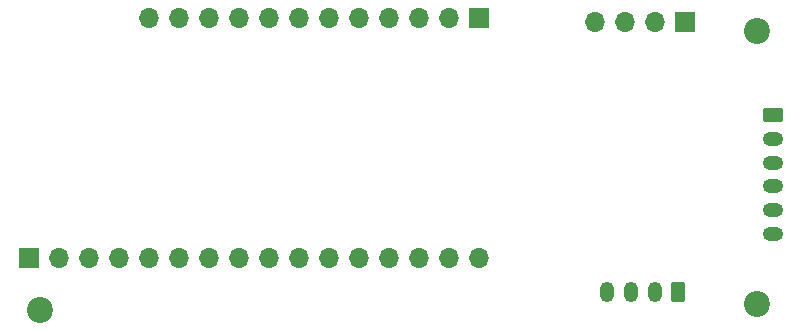
<source format=gbr>
%TF.GenerationSoftware,KiCad,Pcbnew,7.0.7*%
%TF.CreationDate,2025-02-28T10:15:51+00:00*%
%TF.ProjectId,MRF67-pro-small,4d524636-372d-4707-926f-2d736d616c6c,rev?*%
%TF.SameCoordinates,Original*%
%TF.FileFunction,Soldermask,Top*%
%TF.FilePolarity,Negative*%
%FSLAX46Y46*%
G04 Gerber Fmt 4.6, Leading zero omitted, Abs format (unit mm)*
G04 Created by KiCad (PCBNEW 7.0.7) date 2025-02-28 10:15:51*
%MOMM*%
%LPD*%
G01*
G04 APERTURE LIST*
G04 Aperture macros list*
%AMRoundRect*
0 Rectangle with rounded corners*
0 $1 Rounding radius*
0 $2 $3 $4 $5 $6 $7 $8 $9 X,Y pos of 4 corners*
0 Add a 4 corners polygon primitive as box body*
4,1,4,$2,$3,$4,$5,$6,$7,$8,$9,$2,$3,0*
0 Add four circle primitives for the rounded corners*
1,1,$1+$1,$2,$3*
1,1,$1+$1,$4,$5*
1,1,$1+$1,$6,$7*
1,1,$1+$1,$8,$9*
0 Add four rect primitives between the rounded corners*
20,1,$1+$1,$2,$3,$4,$5,0*
20,1,$1+$1,$4,$5,$6,$7,0*
20,1,$1+$1,$6,$7,$8,$9,0*
20,1,$1+$1,$8,$9,$2,$3,0*%
G04 Aperture macros list end*
%ADD10R,1.700000X1.700000*%
%ADD11O,1.700000X1.700000*%
%ADD12C,2.200000*%
%ADD13RoundRect,0.250000X0.350000X0.625000X-0.350000X0.625000X-0.350000X-0.625000X0.350000X-0.625000X0*%
%ADD14O,1.200000X1.750000*%
%ADD15RoundRect,0.250000X-0.625000X0.350000X-0.625000X-0.350000X0.625000X-0.350000X0.625000X0.350000X0*%
%ADD16O,1.750000X1.200000*%
G04 APERTURE END LIST*
D10*
%TO.C,J2*%
X146050000Y-101600000D03*
D11*
X143510000Y-101600000D03*
X140970000Y-101600000D03*
X138430000Y-101600000D03*
X135890000Y-101600000D03*
X133350000Y-101600000D03*
X130810000Y-101600000D03*
X128270000Y-101600000D03*
X125730000Y-101600000D03*
X123190000Y-101600000D03*
X120650000Y-101600000D03*
X118110000Y-101600000D03*
%TD*%
D10*
%TO.C,J1*%
X107950000Y-121920000D03*
D11*
X110490000Y-121920000D03*
X113030000Y-121920000D03*
X115570000Y-121920000D03*
X118110000Y-121920000D03*
X120650000Y-121920000D03*
X123190000Y-121920000D03*
X125730000Y-121920000D03*
X128270000Y-121920000D03*
X130810000Y-121920000D03*
X133350000Y-121920000D03*
X135890000Y-121920000D03*
X138430000Y-121920000D03*
X140970000Y-121920000D03*
X143510000Y-121920000D03*
X146050000Y-121920000D03*
%TD*%
D12*
%TO.C,REF\u002A\u002A*%
X108839000Y-126365000D03*
%TD*%
%TO.C,REF\u002A\u002A*%
X169545000Y-125857000D03*
%TD*%
%TO.C,REF\u002A\u002A*%
X169545000Y-102743000D03*
%TD*%
D10*
%TO.C,J4*%
X163449000Y-101981000D03*
D11*
X160909000Y-101981000D03*
X158369000Y-101981000D03*
X155829000Y-101981000D03*
%TD*%
D13*
%TO.C,J3*%
X162909000Y-124841000D03*
D14*
X160909000Y-124841000D03*
X158909000Y-124841000D03*
X156909000Y-124841000D03*
%TD*%
D15*
%TO.C,J6*%
X170942000Y-109887000D03*
D16*
X170942000Y-111887000D03*
X170942000Y-113887000D03*
X170942000Y-115887000D03*
X170942000Y-117887000D03*
X170942000Y-119887000D03*
%TD*%
M02*

</source>
